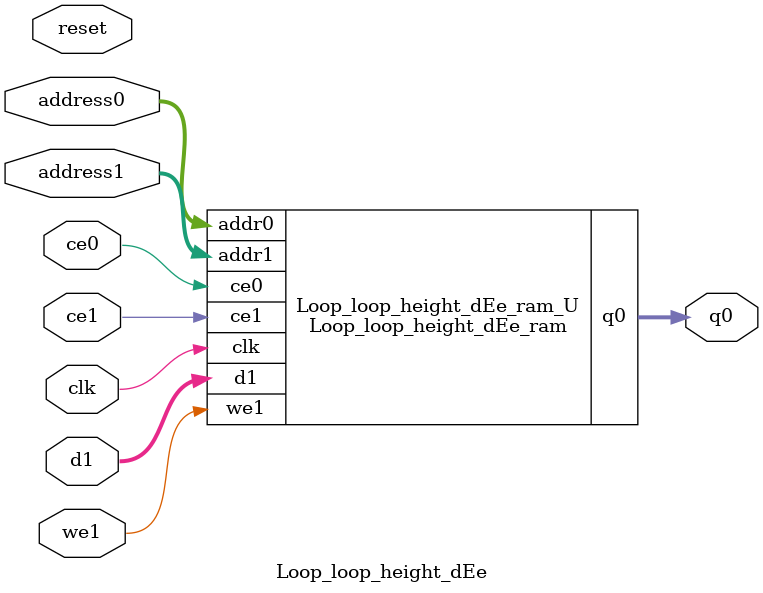
<source format=v>

`timescale 1 ns / 1 ps
module Loop_loop_height_dEe_ram (addr0, ce0, q0, addr1, ce1, d1, we1,  clk);

parameter DWIDTH = 8;
parameter AWIDTH = 11;
parameter MEM_SIZE = 1920;

input[AWIDTH-1:0] addr0;
input ce0;
output reg[DWIDTH-1:0] q0;
input[AWIDTH-1:0] addr1;
input ce1;
input[DWIDTH-1:0] d1;
input we1;
input clk;

(* ram_style = "block" *)reg [DWIDTH-1:0] ram[0:MEM_SIZE-1];




always @(posedge clk)  
begin 
    if (ce0) 
    begin
            q0 <= ram[addr0];
    end
end


always @(posedge clk)  
begin 
    if (ce1) 
    begin
        if (we1) 
        begin 
            ram[addr1] <= d1; 
        end 
    end
end


endmodule


`timescale 1 ns / 1 ps
module Loop_loop_height_dEe(
    reset,
    clk,
    address0,
    ce0,
    q0,
    address1,
    ce1,
    we1,
    d1);

parameter DataWidth = 32'd8;
parameter AddressRange = 32'd1920;
parameter AddressWidth = 32'd11;
input reset;
input clk;
input[AddressWidth - 1:0] address0;
input ce0;
output[DataWidth - 1:0] q0;
input[AddressWidth - 1:0] address1;
input ce1;
input we1;
input[DataWidth - 1:0] d1;



Loop_loop_height_dEe_ram Loop_loop_height_dEe_ram_U(
    .clk( clk ),
    .addr0( address0 ),
    .ce0( ce0 ),
    .q0( q0 ),
    .addr1( address1 ),
    .ce1( ce1 ),
    .d1( d1 ),
    .we1( we1 ));

endmodule


</source>
